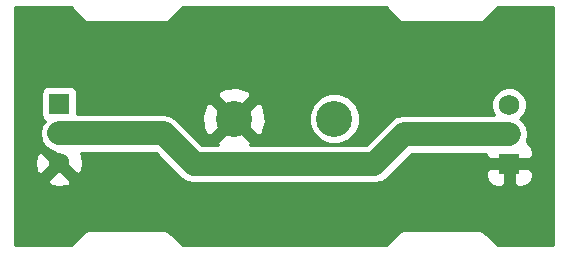
<source format=gbr>
G04 #@! TF.FileFunction,Copper,L1,Top,Signal*
%FSLAX46Y46*%
G04 Gerber Fmt 4.6, Leading zero omitted, Abs format (unit mm)*
G04 Created by KiCad (PCBNEW 4.0.6) date Mon May  1 23:13:11 2017*
%MOMM*%
%LPD*%
G01*
G04 APERTURE LIST*
%ADD10C,0.100000*%
%ADD11C,3.048000*%
%ADD12R,1.750000X1.750000*%
%ADD13C,1.750000*%
%ADD14C,2.000000*%
%ADD15C,0.254000*%
G04 APERTURE END LIST*
D10*
D11*
X163390000Y-87630000D03*
X171890000Y-87630000D03*
D12*
X148590000Y-86360000D03*
D13*
X148590000Y-88860000D03*
X148590000Y-91360000D03*
D12*
X186690000Y-91440000D03*
D13*
X186690000Y-88940000D03*
X186690000Y-86440000D03*
D14*
X148590000Y-88860000D02*
X157440000Y-88860000D01*
X177760000Y-88940000D02*
X186690000Y-88940000D01*
X175260000Y-91440000D02*
X177760000Y-88940000D01*
X160020000Y-91440000D02*
X175260000Y-91440000D01*
X157440000Y-88860000D02*
X160020000Y-91440000D01*
D15*
G36*
X150627954Y-79242046D02*
X150858295Y-79395954D01*
X151130000Y-79450000D01*
X157480000Y-79450000D01*
X157751705Y-79395954D01*
X157982046Y-79242046D01*
X159044092Y-78180000D01*
X176235908Y-78180000D01*
X177297954Y-79242046D01*
X177528295Y-79395954D01*
X177800000Y-79450000D01*
X184150000Y-79450000D01*
X184421705Y-79395954D01*
X184652046Y-79242046D01*
X185714092Y-78180000D01*
X190425000Y-78180000D01*
X190425000Y-98350000D01*
X185714092Y-98350000D01*
X184652046Y-97287954D01*
X184421705Y-97134046D01*
X184150000Y-97080000D01*
X177800000Y-97080000D01*
X177528295Y-97134046D01*
X177297954Y-97287954D01*
X176235908Y-98350000D01*
X159044092Y-98350000D01*
X157982046Y-97287954D01*
X157751705Y-97134046D01*
X157480000Y-97080000D01*
X151130000Y-97080000D01*
X150858295Y-97134046D01*
X150627954Y-97287954D01*
X149565908Y-98350000D01*
X144855000Y-98350000D01*
X144855000Y-92839606D01*
X147637896Y-92839606D01*
X147712166Y-93202821D01*
X148484204Y-93398477D01*
X149272349Y-93283794D01*
X149467834Y-93202821D01*
X149542104Y-92839606D01*
X148590000Y-91887502D01*
X147637896Y-92839606D01*
X144855000Y-92839606D01*
X144855000Y-91254204D01*
X146551523Y-91254204D01*
X146666206Y-92042349D01*
X146747179Y-92237834D01*
X147110394Y-92312104D01*
X148062498Y-91360000D01*
X147110394Y-90407896D01*
X146747179Y-90482166D01*
X146551523Y-91254204D01*
X144855000Y-91254204D01*
X144855000Y-88860000D01*
X146955000Y-88860000D01*
X147079457Y-89485687D01*
X147433880Y-90016120D01*
X147964313Y-90370543D01*
X148168700Y-90411198D01*
X148590000Y-90832498D01*
X148604142Y-90818356D01*
X149131644Y-91345858D01*
X149117502Y-91360000D01*
X150069606Y-92312104D01*
X150432821Y-92237834D01*
X150628477Y-91465796D01*
X150513794Y-90677651D01*
X150438137Y-90495000D01*
X156762760Y-90495000D01*
X158863880Y-92596120D01*
X159394312Y-92950543D01*
X160020000Y-93075001D01*
X160020005Y-93075000D01*
X175259995Y-93075000D01*
X175260000Y-93075001D01*
X175885688Y-92950543D01*
X176416120Y-92596120D01*
X176917490Y-92094750D01*
X184688000Y-92094750D01*
X184688000Y-92539174D01*
X184859575Y-92953394D01*
X185176606Y-93270424D01*
X185590826Y-93442000D01*
X186035250Y-93442000D01*
X186317000Y-93160250D01*
X186317000Y-91813000D01*
X187063000Y-91813000D01*
X187063000Y-93160250D01*
X187344750Y-93442000D01*
X187789174Y-93442000D01*
X188203394Y-93270424D01*
X188520425Y-92953394D01*
X188692000Y-92539174D01*
X188692000Y-92094750D01*
X188410250Y-91813000D01*
X187063000Y-91813000D01*
X186317000Y-91813000D01*
X184969750Y-91813000D01*
X184688000Y-92094750D01*
X176917490Y-92094750D01*
X178437240Y-90575000D01*
X184688000Y-90575000D01*
X184688000Y-90785250D01*
X184969750Y-91067000D01*
X186317000Y-91067000D01*
X186317000Y-91047000D01*
X187063000Y-91047000D01*
X187063000Y-91067000D01*
X188410250Y-91067000D01*
X188692000Y-90785250D01*
X188692000Y-90340826D01*
X188520425Y-89926606D01*
X188203394Y-89609576D01*
X188178192Y-89599137D01*
X188200543Y-89565687D01*
X188325000Y-88940000D01*
X188200543Y-88314313D01*
X187846120Y-87783880D01*
X187627460Y-87637776D01*
X187969370Y-87296463D01*
X188199738Y-86741675D01*
X188200262Y-86140960D01*
X187970862Y-85585771D01*
X187546463Y-85160630D01*
X186991675Y-84930262D01*
X186390960Y-84929738D01*
X185835771Y-85159138D01*
X185410630Y-85583537D01*
X185180262Y-86138325D01*
X185179738Y-86739040D01*
X185409138Y-87294229D01*
X185419890Y-87305000D01*
X177760005Y-87305000D01*
X177760000Y-87304999D01*
X177134312Y-87429457D01*
X176603880Y-87783880D01*
X174582760Y-89805000D01*
X164738071Y-89805000D01*
X164817848Y-89585350D01*
X163390000Y-88157502D01*
X161962152Y-89585350D01*
X162041929Y-89805000D01*
X160697240Y-89805000D01*
X158596120Y-87703880D01*
X158093055Y-87367743D01*
X160699816Y-87367743D01*
X160804232Y-88417195D01*
X161004956Y-88901782D01*
X161434650Y-89057848D01*
X162862498Y-87630000D01*
X163917502Y-87630000D01*
X165345350Y-89057848D01*
X165775044Y-88901782D01*
X166030217Y-88057567D01*
X169730626Y-88057567D01*
X170058622Y-88851377D01*
X170665428Y-89459244D01*
X171458664Y-89788624D01*
X172317567Y-89789374D01*
X173111377Y-89461378D01*
X173719244Y-88854572D01*
X174048624Y-88061336D01*
X174049374Y-87202433D01*
X173721378Y-86408623D01*
X173114572Y-85800756D01*
X172321336Y-85471376D01*
X171462433Y-85470626D01*
X170668623Y-85798622D01*
X170060756Y-86405428D01*
X169731376Y-87198664D01*
X169730626Y-88057567D01*
X166030217Y-88057567D01*
X166080184Y-87892257D01*
X165975768Y-86842805D01*
X165775044Y-86358218D01*
X165345350Y-86202152D01*
X163917502Y-87630000D01*
X162862498Y-87630000D01*
X161434650Y-86202152D01*
X161004956Y-86358218D01*
X160699816Y-87367743D01*
X158093055Y-87367743D01*
X158065688Y-87349457D01*
X157440000Y-87224999D01*
X157439995Y-87225000D01*
X150112440Y-87225000D01*
X150112440Y-85674650D01*
X161962152Y-85674650D01*
X163390000Y-87102498D01*
X164817848Y-85674650D01*
X164661782Y-85244956D01*
X163652257Y-84939816D01*
X162602805Y-85044232D01*
X162118218Y-85244956D01*
X161962152Y-85674650D01*
X150112440Y-85674650D01*
X150112440Y-85485000D01*
X150068162Y-85249683D01*
X149929090Y-85033559D01*
X149716890Y-84888569D01*
X149465000Y-84837560D01*
X147715000Y-84837560D01*
X147479683Y-84881838D01*
X147263559Y-85020910D01*
X147118569Y-85233110D01*
X147067560Y-85485000D01*
X147067560Y-87235000D01*
X147111838Y-87470317D01*
X147250910Y-87686441D01*
X147384529Y-87777739D01*
X147079457Y-88234313D01*
X146955000Y-88860000D01*
X144855000Y-88860000D01*
X144855000Y-78180000D01*
X149565908Y-78180000D01*
X150627954Y-79242046D01*
X150627954Y-79242046D01*
G37*
X150627954Y-79242046D02*
X150858295Y-79395954D01*
X151130000Y-79450000D01*
X157480000Y-79450000D01*
X157751705Y-79395954D01*
X157982046Y-79242046D01*
X159044092Y-78180000D01*
X176235908Y-78180000D01*
X177297954Y-79242046D01*
X177528295Y-79395954D01*
X177800000Y-79450000D01*
X184150000Y-79450000D01*
X184421705Y-79395954D01*
X184652046Y-79242046D01*
X185714092Y-78180000D01*
X190425000Y-78180000D01*
X190425000Y-98350000D01*
X185714092Y-98350000D01*
X184652046Y-97287954D01*
X184421705Y-97134046D01*
X184150000Y-97080000D01*
X177800000Y-97080000D01*
X177528295Y-97134046D01*
X177297954Y-97287954D01*
X176235908Y-98350000D01*
X159044092Y-98350000D01*
X157982046Y-97287954D01*
X157751705Y-97134046D01*
X157480000Y-97080000D01*
X151130000Y-97080000D01*
X150858295Y-97134046D01*
X150627954Y-97287954D01*
X149565908Y-98350000D01*
X144855000Y-98350000D01*
X144855000Y-92839606D01*
X147637896Y-92839606D01*
X147712166Y-93202821D01*
X148484204Y-93398477D01*
X149272349Y-93283794D01*
X149467834Y-93202821D01*
X149542104Y-92839606D01*
X148590000Y-91887502D01*
X147637896Y-92839606D01*
X144855000Y-92839606D01*
X144855000Y-91254204D01*
X146551523Y-91254204D01*
X146666206Y-92042349D01*
X146747179Y-92237834D01*
X147110394Y-92312104D01*
X148062498Y-91360000D01*
X147110394Y-90407896D01*
X146747179Y-90482166D01*
X146551523Y-91254204D01*
X144855000Y-91254204D01*
X144855000Y-88860000D01*
X146955000Y-88860000D01*
X147079457Y-89485687D01*
X147433880Y-90016120D01*
X147964313Y-90370543D01*
X148168700Y-90411198D01*
X148590000Y-90832498D01*
X148604142Y-90818356D01*
X149131644Y-91345858D01*
X149117502Y-91360000D01*
X150069606Y-92312104D01*
X150432821Y-92237834D01*
X150628477Y-91465796D01*
X150513794Y-90677651D01*
X150438137Y-90495000D01*
X156762760Y-90495000D01*
X158863880Y-92596120D01*
X159394312Y-92950543D01*
X160020000Y-93075001D01*
X160020005Y-93075000D01*
X175259995Y-93075000D01*
X175260000Y-93075001D01*
X175885688Y-92950543D01*
X176416120Y-92596120D01*
X176917490Y-92094750D01*
X184688000Y-92094750D01*
X184688000Y-92539174D01*
X184859575Y-92953394D01*
X185176606Y-93270424D01*
X185590826Y-93442000D01*
X186035250Y-93442000D01*
X186317000Y-93160250D01*
X186317000Y-91813000D01*
X187063000Y-91813000D01*
X187063000Y-93160250D01*
X187344750Y-93442000D01*
X187789174Y-93442000D01*
X188203394Y-93270424D01*
X188520425Y-92953394D01*
X188692000Y-92539174D01*
X188692000Y-92094750D01*
X188410250Y-91813000D01*
X187063000Y-91813000D01*
X186317000Y-91813000D01*
X184969750Y-91813000D01*
X184688000Y-92094750D01*
X176917490Y-92094750D01*
X178437240Y-90575000D01*
X184688000Y-90575000D01*
X184688000Y-90785250D01*
X184969750Y-91067000D01*
X186317000Y-91067000D01*
X186317000Y-91047000D01*
X187063000Y-91047000D01*
X187063000Y-91067000D01*
X188410250Y-91067000D01*
X188692000Y-90785250D01*
X188692000Y-90340826D01*
X188520425Y-89926606D01*
X188203394Y-89609576D01*
X188178192Y-89599137D01*
X188200543Y-89565687D01*
X188325000Y-88940000D01*
X188200543Y-88314313D01*
X187846120Y-87783880D01*
X187627460Y-87637776D01*
X187969370Y-87296463D01*
X188199738Y-86741675D01*
X188200262Y-86140960D01*
X187970862Y-85585771D01*
X187546463Y-85160630D01*
X186991675Y-84930262D01*
X186390960Y-84929738D01*
X185835771Y-85159138D01*
X185410630Y-85583537D01*
X185180262Y-86138325D01*
X185179738Y-86739040D01*
X185409138Y-87294229D01*
X185419890Y-87305000D01*
X177760005Y-87305000D01*
X177760000Y-87304999D01*
X177134312Y-87429457D01*
X176603880Y-87783880D01*
X174582760Y-89805000D01*
X164738071Y-89805000D01*
X164817848Y-89585350D01*
X163390000Y-88157502D01*
X161962152Y-89585350D01*
X162041929Y-89805000D01*
X160697240Y-89805000D01*
X158596120Y-87703880D01*
X158093055Y-87367743D01*
X160699816Y-87367743D01*
X160804232Y-88417195D01*
X161004956Y-88901782D01*
X161434650Y-89057848D01*
X162862498Y-87630000D01*
X163917502Y-87630000D01*
X165345350Y-89057848D01*
X165775044Y-88901782D01*
X166030217Y-88057567D01*
X169730626Y-88057567D01*
X170058622Y-88851377D01*
X170665428Y-89459244D01*
X171458664Y-89788624D01*
X172317567Y-89789374D01*
X173111377Y-89461378D01*
X173719244Y-88854572D01*
X174048624Y-88061336D01*
X174049374Y-87202433D01*
X173721378Y-86408623D01*
X173114572Y-85800756D01*
X172321336Y-85471376D01*
X171462433Y-85470626D01*
X170668623Y-85798622D01*
X170060756Y-86405428D01*
X169731376Y-87198664D01*
X169730626Y-88057567D01*
X166030217Y-88057567D01*
X166080184Y-87892257D01*
X165975768Y-86842805D01*
X165775044Y-86358218D01*
X165345350Y-86202152D01*
X163917502Y-87630000D01*
X162862498Y-87630000D01*
X161434650Y-86202152D01*
X161004956Y-86358218D01*
X160699816Y-87367743D01*
X158093055Y-87367743D01*
X158065688Y-87349457D01*
X157440000Y-87224999D01*
X157439995Y-87225000D01*
X150112440Y-87225000D01*
X150112440Y-85674650D01*
X161962152Y-85674650D01*
X163390000Y-87102498D01*
X164817848Y-85674650D01*
X164661782Y-85244956D01*
X163652257Y-84939816D01*
X162602805Y-85044232D01*
X162118218Y-85244956D01*
X161962152Y-85674650D01*
X150112440Y-85674650D01*
X150112440Y-85485000D01*
X150068162Y-85249683D01*
X149929090Y-85033559D01*
X149716890Y-84888569D01*
X149465000Y-84837560D01*
X147715000Y-84837560D01*
X147479683Y-84881838D01*
X147263559Y-85020910D01*
X147118569Y-85233110D01*
X147067560Y-85485000D01*
X147067560Y-87235000D01*
X147111838Y-87470317D01*
X147250910Y-87686441D01*
X147384529Y-87777739D01*
X147079457Y-88234313D01*
X146955000Y-88860000D01*
X144855000Y-88860000D01*
X144855000Y-78180000D01*
X149565908Y-78180000D01*
X150627954Y-79242046D01*
M02*

</source>
